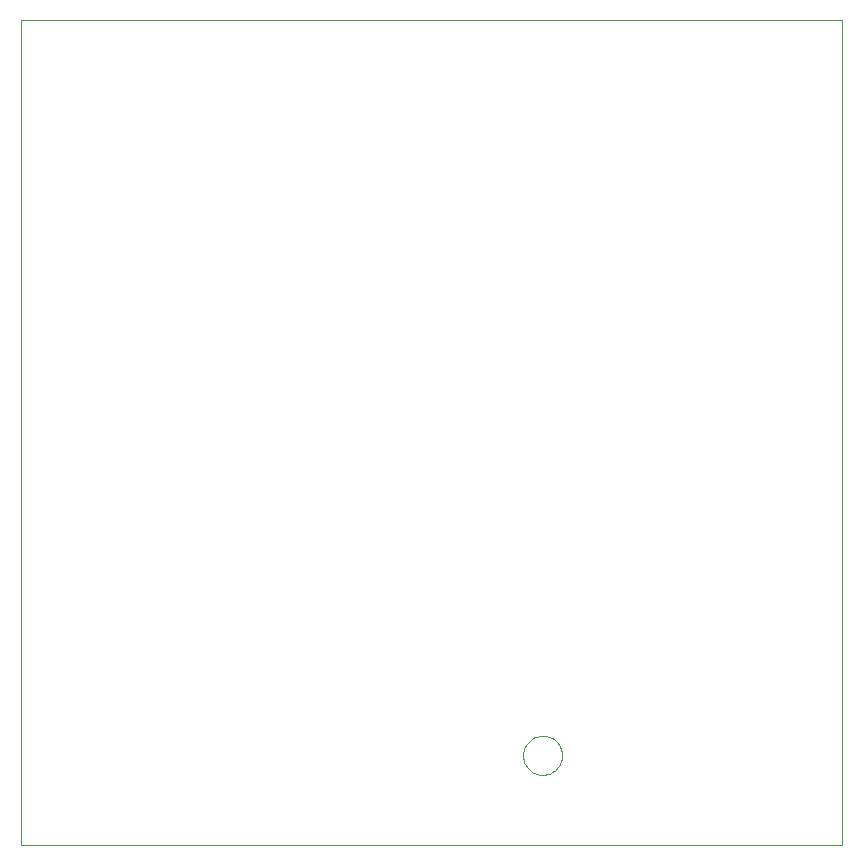
<source format=gbp>
G75*
%MOIN*%
%OFA0B0*%
%FSLAX24Y24*%
%IPPOS*%
%LPD*%
%AMOC8*
5,1,8,0,0,1.08239X$1,22.5*
%
%ADD10C,0.0000*%
D10*
X000217Y000100D02*
X000217Y027596D01*
X027587Y027596D01*
X027587Y000100D01*
X000217Y000100D01*
X016967Y003100D02*
X016969Y003150D01*
X016975Y003200D01*
X016985Y003250D01*
X016998Y003298D01*
X017015Y003346D01*
X017036Y003392D01*
X017060Y003436D01*
X017088Y003478D01*
X017119Y003518D01*
X017153Y003555D01*
X017190Y003590D01*
X017229Y003621D01*
X017270Y003650D01*
X017314Y003675D01*
X017360Y003697D01*
X017407Y003715D01*
X017455Y003729D01*
X017504Y003740D01*
X017554Y003747D01*
X017604Y003750D01*
X017655Y003749D01*
X017705Y003744D01*
X017755Y003735D01*
X017803Y003723D01*
X017851Y003706D01*
X017897Y003686D01*
X017942Y003663D01*
X017985Y003636D01*
X018025Y003606D01*
X018063Y003573D01*
X018098Y003537D01*
X018131Y003498D01*
X018160Y003457D01*
X018186Y003414D01*
X018209Y003369D01*
X018228Y003322D01*
X018243Y003274D01*
X018255Y003225D01*
X018263Y003175D01*
X018267Y003125D01*
X018267Y003075D01*
X018263Y003025D01*
X018255Y002975D01*
X018243Y002926D01*
X018228Y002878D01*
X018209Y002831D01*
X018186Y002786D01*
X018160Y002743D01*
X018131Y002702D01*
X018098Y002663D01*
X018063Y002627D01*
X018025Y002594D01*
X017985Y002564D01*
X017942Y002537D01*
X017897Y002514D01*
X017851Y002494D01*
X017803Y002477D01*
X017755Y002465D01*
X017705Y002456D01*
X017655Y002451D01*
X017604Y002450D01*
X017554Y002453D01*
X017504Y002460D01*
X017455Y002471D01*
X017407Y002485D01*
X017360Y002503D01*
X017314Y002525D01*
X017270Y002550D01*
X017229Y002579D01*
X017190Y002610D01*
X017153Y002645D01*
X017119Y002682D01*
X017088Y002722D01*
X017060Y002764D01*
X017036Y002808D01*
X017015Y002854D01*
X016998Y002902D01*
X016985Y002950D01*
X016975Y003000D01*
X016969Y003050D01*
X016967Y003100D01*
M02*

</source>
